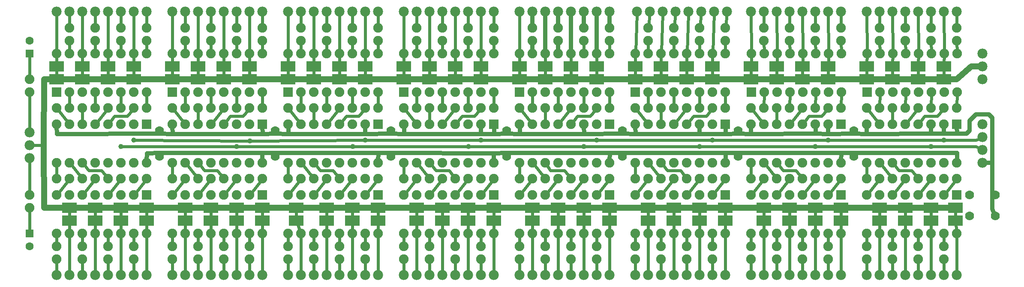
<source format=gbl>
G04 MADE WITH FRITZING*
G04 WWW.FRITZING.ORG*
G04 DOUBLE SIDED*
G04 HOLES PLATED*
G04 CONTOUR ON CENTER OF CONTOUR VECTOR*
%ASAXBY*%
%FSLAX23Y23*%
%MOIN*%
%OFA0B0*%
%SFA1.0B1.0*%
%ADD10C,0.070000*%
%ADD11C,0.078000*%
%ADD12C,0.062992*%
%ADD13C,0.075000*%
%ADD14C,0.039370*%
%ADD15R,0.062992X0.062992*%
%ADD16R,0.118110X0.078740*%
%ADD17R,0.075000X0.075000*%
%ADD18C,0.024000*%
%ADD19C,0.032000*%
%ADD20C,0.048000*%
%LNCOPPER0*%
G90*
G70*
G54D10*
X7660Y754D03*
X7460Y754D03*
X1160Y1254D03*
X1160Y1054D03*
X2060Y1254D03*
X2060Y1054D03*
X2960Y1254D03*
X2960Y1054D03*
X3860Y1254D03*
X3860Y1054D03*
X4760Y1254D03*
X4760Y1054D03*
X5660Y1254D03*
X5660Y1054D03*
X6560Y1254D03*
X6560Y1054D03*
X7660Y591D03*
X7460Y591D03*
G54D11*
X7560Y1004D03*
X7560Y1104D03*
X7560Y1204D03*
X7560Y1304D03*
X7560Y1854D03*
X7560Y1754D03*
X7560Y1654D03*
G54D12*
X148Y452D03*
X148Y354D03*
X148Y1855D03*
X148Y1954D03*
G54D13*
X148Y754D03*
X148Y654D03*
X148Y1554D03*
X148Y1654D03*
G54D11*
X148Y1241D03*
X148Y1141D03*
X148Y1041D03*
G54D14*
X5460Y1179D03*
X5360Y1129D03*
X6260Y1129D03*
X6360Y1179D03*
X7260Y1179D03*
X7160Y1129D03*
X4560Y1179D03*
X4460Y1129D03*
X960Y1179D03*
X860Y1129D03*
X3660Y1179D03*
X3561Y1129D03*
X1861Y1175D03*
X1760Y1129D03*
X2661Y1129D03*
X2760Y1179D03*
G54D11*
X1060Y2179D03*
X960Y2179D03*
X860Y2179D03*
X760Y2179D03*
X660Y2179D03*
X560Y2179D03*
X460Y2179D03*
X360Y2179D03*
X1960Y2179D03*
X1860Y2179D03*
X1760Y2179D03*
X1660Y2179D03*
X1560Y2179D03*
X1460Y2179D03*
X1360Y2179D03*
X1260Y2179D03*
X2860Y2179D03*
X2760Y2179D03*
X2660Y2179D03*
X2560Y2179D03*
X2460Y2179D03*
X2360Y2179D03*
X2260Y2179D03*
X2160Y2179D03*
X3760Y2179D03*
X3660Y2179D03*
X3560Y2179D03*
X3460Y2179D03*
X3360Y2179D03*
X3260Y2179D03*
X3160Y2179D03*
X3060Y2179D03*
X4660Y2179D03*
X4560Y2179D03*
X4460Y2179D03*
X4360Y2179D03*
X4260Y2179D03*
X4160Y2179D03*
X4060Y2179D03*
X3960Y2179D03*
X5573Y2179D03*
X5473Y2179D03*
X5373Y2179D03*
X5273Y2179D03*
X5173Y2179D03*
X5073Y2179D03*
X4973Y2179D03*
X4873Y2179D03*
X6460Y2179D03*
X6360Y2179D03*
X6260Y2179D03*
X6160Y2179D03*
X6060Y2179D03*
X5960Y2179D03*
X5860Y2179D03*
X5760Y2179D03*
X7360Y2179D03*
X7260Y2179D03*
X7160Y2179D03*
X7060Y2179D03*
X6960Y2179D03*
X6860Y2179D03*
X6760Y2179D03*
X6660Y2179D03*
G54D13*
X1060Y1304D03*
X1060Y1004D03*
X960Y1304D03*
X960Y1004D03*
X860Y1304D03*
X860Y1004D03*
X760Y1304D03*
X760Y1004D03*
X660Y1304D03*
X660Y1004D03*
X560Y1304D03*
X560Y1004D03*
X460Y1304D03*
X460Y1004D03*
X360Y1304D03*
X360Y1004D03*
X1960Y1304D03*
X1960Y1004D03*
X1860Y1304D03*
X1860Y1004D03*
X1760Y1304D03*
X1760Y1004D03*
X1660Y1304D03*
X1660Y1004D03*
X1560Y1304D03*
X1560Y1004D03*
X1460Y1304D03*
X1460Y1004D03*
X1360Y1304D03*
X1360Y1004D03*
X1260Y1304D03*
X1260Y1004D03*
X2860Y1304D03*
X2860Y1004D03*
X2760Y1304D03*
X2760Y1004D03*
X2660Y1304D03*
X2660Y1004D03*
X2560Y1304D03*
X2560Y1004D03*
X2460Y1304D03*
X2460Y1004D03*
X2360Y1304D03*
X2360Y1004D03*
X2260Y1304D03*
X2260Y1004D03*
X2160Y1304D03*
X2160Y1004D03*
X3760Y1304D03*
X3760Y1004D03*
X3660Y1304D03*
X3660Y1004D03*
X3560Y1304D03*
X3560Y1004D03*
X3460Y1304D03*
X3460Y1004D03*
X3360Y1304D03*
X3360Y1004D03*
X3260Y1304D03*
X3260Y1004D03*
X3160Y1304D03*
X3160Y1004D03*
X3060Y1304D03*
X3060Y1004D03*
X4660Y1304D03*
X4660Y1004D03*
X4560Y1304D03*
X4560Y1004D03*
X4460Y1304D03*
X4460Y1004D03*
X4360Y1304D03*
X4360Y1004D03*
X4260Y1304D03*
X4260Y1004D03*
X4160Y1304D03*
X4160Y1004D03*
X4060Y1304D03*
X4060Y1004D03*
X3960Y1304D03*
X3960Y1004D03*
X5560Y1304D03*
X5560Y1004D03*
X5460Y1304D03*
X5460Y1004D03*
X5360Y1304D03*
X5360Y1004D03*
X5260Y1304D03*
X5260Y1004D03*
X5160Y1304D03*
X5160Y1004D03*
X5060Y1304D03*
X5060Y1004D03*
X4960Y1304D03*
X4960Y1004D03*
X4860Y1304D03*
X4860Y1004D03*
X6460Y1304D03*
X6460Y1004D03*
X6360Y1304D03*
X6360Y1004D03*
X6260Y1304D03*
X6260Y1004D03*
X6160Y1304D03*
X6160Y1004D03*
X6060Y1304D03*
X6060Y1004D03*
X5960Y1304D03*
X5960Y1004D03*
X5860Y1304D03*
X5860Y1004D03*
X5760Y1304D03*
X5760Y1004D03*
X7360Y1304D03*
X7360Y1004D03*
X7260Y1304D03*
X7260Y1004D03*
X7160Y1304D03*
X7160Y1004D03*
X7060Y1304D03*
X7060Y1004D03*
X6960Y1304D03*
X6960Y1004D03*
X6860Y1304D03*
X6860Y1004D03*
X6760Y1304D03*
X6760Y1004D03*
X6660Y1304D03*
X6660Y1004D03*
X1060Y754D03*
X1060Y454D03*
X960Y754D03*
X960Y454D03*
X860Y754D03*
X860Y454D03*
X760Y754D03*
X760Y454D03*
X660Y754D03*
X660Y454D03*
X560Y754D03*
X560Y454D03*
X460Y754D03*
X460Y454D03*
X360Y754D03*
X360Y454D03*
X1960Y754D03*
X1960Y454D03*
X1860Y754D03*
X1860Y454D03*
X1760Y754D03*
X1760Y454D03*
X1660Y754D03*
X1660Y454D03*
X1560Y754D03*
X1560Y454D03*
X1460Y754D03*
X1460Y454D03*
X1360Y754D03*
X1360Y454D03*
X1260Y754D03*
X1260Y454D03*
X2860Y754D03*
X2860Y454D03*
X2760Y754D03*
X2760Y454D03*
X2660Y754D03*
X2660Y454D03*
X2560Y754D03*
X2560Y454D03*
X2460Y754D03*
X2460Y454D03*
X2360Y754D03*
X2360Y454D03*
X2260Y754D03*
X2260Y454D03*
X2160Y754D03*
X2160Y454D03*
X3760Y754D03*
X3760Y454D03*
X3660Y754D03*
X3660Y454D03*
X3560Y754D03*
X3560Y454D03*
X3460Y754D03*
X3460Y454D03*
X3360Y754D03*
X3360Y454D03*
X3260Y754D03*
X3260Y454D03*
X3160Y754D03*
X3160Y454D03*
X3060Y754D03*
X3060Y454D03*
X4660Y754D03*
X4660Y454D03*
X4560Y754D03*
X4560Y454D03*
X4460Y754D03*
X4460Y454D03*
X4360Y754D03*
X4360Y454D03*
X4260Y754D03*
X4260Y454D03*
X4160Y754D03*
X4160Y454D03*
X4060Y754D03*
X4060Y454D03*
X3960Y754D03*
X3960Y454D03*
X5560Y754D03*
X5560Y454D03*
X5460Y754D03*
X5460Y454D03*
X5360Y754D03*
X5360Y454D03*
X5260Y754D03*
X5260Y454D03*
X5160Y754D03*
X5160Y454D03*
X5060Y754D03*
X5060Y454D03*
X4960Y754D03*
X4960Y454D03*
X4860Y754D03*
X4860Y454D03*
X6460Y754D03*
X6460Y454D03*
X6360Y754D03*
X6360Y454D03*
X6260Y754D03*
X6260Y454D03*
X6160Y754D03*
X6160Y454D03*
X6060Y754D03*
X6060Y454D03*
X5960Y754D03*
X5960Y454D03*
X5860Y754D03*
X5860Y454D03*
X5760Y754D03*
X5760Y454D03*
X7360Y753D03*
X7360Y453D03*
X7260Y753D03*
X7260Y453D03*
X7160Y753D03*
X7160Y453D03*
X7060Y753D03*
X7060Y453D03*
X6960Y753D03*
X6960Y453D03*
X6860Y753D03*
X6860Y453D03*
X6760Y753D03*
X6760Y453D03*
X6660Y753D03*
X6660Y453D03*
X360Y1554D03*
X360Y1854D03*
X460Y1554D03*
X460Y1854D03*
X560Y1554D03*
X560Y1854D03*
X660Y1554D03*
X660Y1854D03*
X760Y1554D03*
X760Y1854D03*
X860Y1554D03*
X860Y1854D03*
X960Y1554D03*
X960Y1854D03*
X1060Y1554D03*
X1060Y1854D03*
X1260Y1554D03*
X1260Y1854D03*
X1360Y1554D03*
X1360Y1854D03*
X1460Y1554D03*
X1460Y1854D03*
X1560Y1554D03*
X1560Y1854D03*
X1660Y1554D03*
X1660Y1854D03*
X1760Y1554D03*
X1760Y1854D03*
X1860Y1554D03*
X1860Y1854D03*
X1960Y1554D03*
X1960Y1854D03*
X2160Y1554D03*
X2160Y1854D03*
X2260Y1554D03*
X2260Y1854D03*
X2360Y1554D03*
X2360Y1854D03*
X2460Y1554D03*
X2460Y1854D03*
X2560Y1554D03*
X2560Y1854D03*
X2660Y1554D03*
X2660Y1854D03*
X2760Y1554D03*
X2760Y1854D03*
X2860Y1554D03*
X2860Y1854D03*
X3060Y1554D03*
X3060Y1854D03*
X3160Y1554D03*
X3160Y1854D03*
X3260Y1554D03*
X3260Y1854D03*
X3360Y1554D03*
X3360Y1854D03*
X3460Y1554D03*
X3460Y1854D03*
X3560Y1554D03*
X3560Y1854D03*
X3660Y1554D03*
X3660Y1854D03*
X3760Y1554D03*
X3760Y1854D03*
X3960Y1554D03*
X3960Y1854D03*
X4060Y1554D03*
X4060Y1854D03*
X4160Y1554D03*
X4160Y1854D03*
X4260Y1554D03*
X4260Y1854D03*
X4360Y1554D03*
X4360Y1854D03*
X4460Y1554D03*
X4460Y1854D03*
X4560Y1554D03*
X4560Y1854D03*
X4660Y1554D03*
X4660Y1854D03*
X5761Y1553D03*
X5761Y1853D03*
X5861Y1553D03*
X5861Y1853D03*
X5961Y1553D03*
X5961Y1853D03*
X6061Y1553D03*
X6061Y1853D03*
X6161Y1553D03*
X6161Y1853D03*
X6261Y1553D03*
X6261Y1853D03*
X6361Y1553D03*
X6361Y1853D03*
X6461Y1553D03*
X6461Y1853D03*
X4860Y1554D03*
X4860Y1854D03*
X4960Y1554D03*
X4960Y1854D03*
X5060Y1554D03*
X5060Y1854D03*
X5160Y1554D03*
X5160Y1854D03*
X5260Y1554D03*
X5260Y1854D03*
X5360Y1554D03*
X5360Y1854D03*
X5460Y1554D03*
X5460Y1854D03*
X5560Y1554D03*
X5560Y1854D03*
X6661Y1553D03*
X6661Y1853D03*
X6761Y1553D03*
X6761Y1853D03*
X6861Y1553D03*
X6861Y1853D03*
X6961Y1553D03*
X6961Y1853D03*
X7061Y1553D03*
X7061Y1853D03*
X7161Y1553D03*
X7161Y1853D03*
X7261Y1553D03*
X7261Y1853D03*
X7361Y1553D03*
X7361Y1853D03*
X7360Y1954D03*
X7360Y2054D03*
X6960Y2054D03*
X6960Y1954D03*
X5560Y2054D03*
X5560Y1954D03*
X6460Y2054D03*
X6460Y1954D03*
X5360Y2054D03*
X5360Y1954D03*
X6260Y2054D03*
X6260Y1954D03*
X5160Y2054D03*
X5160Y1954D03*
X6060Y2054D03*
X6060Y1954D03*
X4960Y2054D03*
X4960Y1954D03*
X5860Y2054D03*
X5860Y1954D03*
X7260Y879D03*
X7360Y879D03*
X7060Y879D03*
X7160Y879D03*
X6860Y879D03*
X6960Y879D03*
X360Y879D03*
X460Y879D03*
X1260Y879D03*
X1360Y879D03*
X2160Y879D03*
X2260Y879D03*
X3060Y879D03*
X3160Y879D03*
X3960Y879D03*
X4060Y879D03*
X4860Y879D03*
X4960Y879D03*
X5760Y879D03*
X5860Y879D03*
X560Y879D03*
X660Y879D03*
X1460Y879D03*
X1560Y879D03*
X2360Y879D03*
X2460Y879D03*
X3260Y879D03*
X3360Y879D03*
X4160Y879D03*
X4260Y879D03*
X5060Y879D03*
X5160Y879D03*
X5960Y879D03*
X6060Y879D03*
X760Y879D03*
X860Y879D03*
X1660Y879D03*
X1760Y879D03*
X2560Y879D03*
X2660Y879D03*
X3460Y879D03*
X3560Y879D03*
X4360Y879D03*
X4460Y879D03*
X5260Y879D03*
X5360Y879D03*
X6160Y879D03*
X6260Y879D03*
X960Y879D03*
X1060Y879D03*
X1860Y879D03*
X1960Y879D03*
X2760Y879D03*
X2860Y879D03*
X3660Y879D03*
X3760Y879D03*
X4560Y879D03*
X4660Y879D03*
X5460Y879D03*
X5560Y879D03*
X6360Y879D03*
X6460Y879D03*
X6660Y879D03*
X6760Y879D03*
X7260Y1429D03*
X7360Y1429D03*
X6860Y1429D03*
X6960Y1429D03*
X7160Y1429D03*
X7060Y1429D03*
X960Y1429D03*
X1060Y1429D03*
X1860Y1429D03*
X1960Y1429D03*
X2760Y1429D03*
X2860Y1429D03*
X3660Y1429D03*
X3760Y1429D03*
X4560Y1429D03*
X4660Y1429D03*
X5460Y1429D03*
X5560Y1429D03*
X6360Y1429D03*
X6460Y1429D03*
X860Y1429D03*
X760Y1429D03*
X1760Y1429D03*
X1660Y1429D03*
X2660Y1429D03*
X2560Y1429D03*
X3560Y1429D03*
X3460Y1429D03*
X4460Y1429D03*
X4360Y1429D03*
X5360Y1429D03*
X5260Y1429D03*
X6260Y1429D03*
X6160Y1429D03*
X560Y1429D03*
X660Y1429D03*
X1460Y1429D03*
X1560Y1429D03*
X2360Y1429D03*
X2460Y1429D03*
X3260Y1429D03*
X3360Y1429D03*
X4160Y1429D03*
X4260Y1429D03*
X5060Y1429D03*
X5160Y1429D03*
X5960Y1429D03*
X6060Y1429D03*
X460Y1429D03*
X360Y1429D03*
X1360Y1429D03*
X1260Y1429D03*
X2260Y1429D03*
X2160Y1429D03*
X3160Y1429D03*
X3060Y1429D03*
X4060Y1429D03*
X3960Y1429D03*
X4960Y1429D03*
X4860Y1429D03*
X5860Y1429D03*
X5760Y1429D03*
X6760Y1429D03*
X6660Y1429D03*
X7260Y354D03*
X7260Y254D03*
X7060Y354D03*
X7060Y254D03*
X6860Y354D03*
X6860Y254D03*
X960Y354D03*
X960Y254D03*
X1860Y354D03*
X1860Y254D03*
X2760Y354D03*
X2760Y254D03*
X3660Y354D03*
X3660Y254D03*
X4560Y354D03*
X4560Y254D03*
X5460Y354D03*
X5460Y254D03*
X6360Y354D03*
X6360Y254D03*
X760Y354D03*
X760Y254D03*
X1660Y354D03*
X1660Y254D03*
X2560Y354D03*
X2560Y254D03*
X3460Y354D03*
X3460Y254D03*
X4360Y354D03*
X4360Y254D03*
X5260Y354D03*
X5260Y254D03*
X6160Y354D03*
X6160Y254D03*
X560Y354D03*
X560Y254D03*
X1460Y354D03*
X1460Y254D03*
X2360Y354D03*
X2360Y254D03*
X3260Y354D03*
X3260Y254D03*
X4160Y354D03*
X4160Y254D03*
X5060Y354D03*
X5060Y254D03*
X5960Y354D03*
X5960Y254D03*
X360Y354D03*
X360Y254D03*
X1260Y354D03*
X1260Y254D03*
X2160Y354D03*
X2160Y254D03*
X3060Y354D03*
X3060Y254D03*
X3960Y354D03*
X3960Y254D03*
X4860Y354D03*
X4860Y254D03*
X5760Y354D03*
X5760Y254D03*
X6660Y354D03*
X6660Y254D03*
X4660Y2054D03*
X4660Y1954D03*
X4460Y2054D03*
X4460Y1954D03*
X1060Y2054D03*
X1060Y1954D03*
X660Y2054D03*
X660Y1954D03*
X860Y2054D03*
X860Y1954D03*
X460Y2054D03*
X460Y1954D03*
X1960Y2054D03*
X1960Y1954D03*
X1560Y2054D03*
X1560Y1954D03*
X1760Y2054D03*
X1760Y1954D03*
X1360Y2054D03*
X1360Y1954D03*
X2860Y2054D03*
X2860Y1954D03*
X2460Y2054D03*
X2460Y1954D03*
X2660Y2054D03*
X2660Y1954D03*
X2260Y2054D03*
X2260Y1954D03*
X3160Y2054D03*
X3160Y1954D03*
X3360Y2054D03*
X3360Y1954D03*
X3560Y2054D03*
X3560Y1954D03*
X3760Y2054D03*
X3760Y1954D03*
X4060Y2054D03*
X4060Y1954D03*
X4260Y2054D03*
X4260Y1954D03*
G54D11*
X360Y129D03*
X460Y129D03*
X560Y129D03*
X660Y129D03*
X760Y129D03*
X860Y129D03*
X960Y129D03*
X1060Y129D03*
X1260Y129D03*
X1360Y129D03*
X1460Y129D03*
X1560Y129D03*
X1660Y129D03*
X1760Y129D03*
X1860Y129D03*
X1960Y129D03*
X2160Y129D03*
X2260Y129D03*
X2360Y129D03*
X2460Y129D03*
X2560Y129D03*
X2660Y129D03*
X2760Y129D03*
X2860Y129D03*
X3060Y129D03*
X3160Y129D03*
X3260Y129D03*
X3360Y129D03*
X3460Y129D03*
X3560Y129D03*
X3660Y129D03*
X3760Y129D03*
X3960Y129D03*
X4060Y129D03*
X4160Y129D03*
X4260Y129D03*
X4360Y129D03*
X4460Y129D03*
X4560Y129D03*
X4660Y129D03*
X6660Y129D03*
X6760Y129D03*
X6860Y129D03*
X6960Y129D03*
X7060Y129D03*
X7160Y129D03*
X7260Y129D03*
X7360Y129D03*
X5760Y129D03*
X5860Y129D03*
X5960Y129D03*
X6060Y129D03*
X6160Y129D03*
X6260Y129D03*
X6360Y129D03*
X6460Y129D03*
X4860Y129D03*
X4960Y129D03*
X5060Y129D03*
X5160Y129D03*
X5260Y129D03*
X5360Y129D03*
X5460Y129D03*
X5560Y129D03*
G54D13*
X7160Y1954D03*
X7160Y2054D03*
X6760Y2054D03*
X6760Y1954D03*
G54D15*
X148Y452D03*
X148Y1855D03*
G54D16*
X360Y1754D03*
X1260Y1754D03*
X2160Y1754D03*
X3060Y1754D03*
X3960Y1754D03*
X360Y1654D03*
X1260Y1654D03*
X2160Y1654D03*
X3060Y1654D03*
X3960Y1654D03*
X960Y1654D03*
X1860Y1654D03*
X2760Y1654D03*
X3660Y1654D03*
X4560Y1654D03*
X760Y1754D03*
X1660Y1754D03*
X2560Y1754D03*
X3460Y1754D03*
X4360Y1754D03*
X960Y1754D03*
X1860Y1754D03*
X2760Y1754D03*
X3660Y1754D03*
X4560Y1754D03*
X560Y1754D03*
X1460Y1754D03*
X2360Y1754D03*
X3260Y1754D03*
X4160Y1754D03*
X560Y1654D03*
X1460Y1654D03*
X2360Y1654D03*
X3260Y1654D03*
X4160Y1654D03*
X760Y1654D03*
X1660Y1654D03*
X2560Y1654D03*
X3460Y1654D03*
X4360Y1654D03*
X4860Y1754D03*
X4860Y1654D03*
X5460Y1654D03*
X5260Y1754D03*
X5460Y1754D03*
X5060Y1754D03*
X5060Y1654D03*
X5260Y1654D03*
X5760Y1754D03*
X5760Y1654D03*
X6360Y1654D03*
X6160Y1754D03*
X6360Y1754D03*
X5960Y1754D03*
X5960Y1654D03*
X6160Y1654D03*
X6660Y1754D03*
X6660Y1654D03*
X7260Y1654D03*
X7060Y1754D03*
X7260Y1754D03*
X6860Y1754D03*
X6860Y1654D03*
X7060Y1654D03*
X6960Y554D03*
X7348Y554D03*
X6960Y654D03*
X7348Y654D03*
X7160Y654D03*
X7160Y554D03*
X6760Y554D03*
X6760Y654D03*
X6060Y554D03*
X6460Y554D03*
X6060Y654D03*
X6460Y654D03*
X6260Y654D03*
X6260Y554D03*
X5860Y554D03*
X5860Y654D03*
X5160Y554D03*
X5560Y554D03*
X5160Y654D03*
X5560Y654D03*
X5360Y654D03*
X5360Y554D03*
X4960Y554D03*
X4960Y654D03*
X1060Y654D03*
X1960Y654D03*
X2860Y654D03*
X3760Y654D03*
X4660Y654D03*
X1060Y554D03*
X1960Y554D03*
X2860Y554D03*
X3760Y554D03*
X4660Y554D03*
X860Y554D03*
X1760Y554D03*
X2660Y554D03*
X3560Y554D03*
X4460Y554D03*
X860Y654D03*
X1760Y654D03*
X2660Y654D03*
X3560Y654D03*
X4460Y654D03*
X660Y554D03*
X1560Y554D03*
X2460Y554D03*
X3360Y554D03*
X4260Y554D03*
X660Y654D03*
X1560Y654D03*
X2460Y654D03*
X3360Y654D03*
X4260Y654D03*
X460Y554D03*
X1360Y554D03*
X2223Y554D03*
X3160Y554D03*
X4060Y554D03*
X460Y654D03*
X1360Y654D03*
X2223Y654D03*
X3160Y654D03*
X4060Y654D03*
G54D17*
X1060Y1304D03*
X1960Y1304D03*
X2860Y1304D03*
X3760Y1304D03*
X4660Y1304D03*
X5560Y1304D03*
X6460Y1304D03*
X7360Y1304D03*
X1060Y754D03*
X1960Y754D03*
X2860Y754D03*
X3760Y754D03*
X4660Y754D03*
X5560Y754D03*
X6460Y754D03*
X7360Y753D03*
X360Y1554D03*
X1260Y1554D03*
X2160Y1554D03*
X3060Y1554D03*
X3960Y1554D03*
X5761Y1553D03*
X4860Y1554D03*
X6661Y1553D03*
G54D18*
X6960Y1936D02*
X6961Y1870D01*
D02*
X6960Y2071D02*
X6960Y2160D01*
G54D19*
D02*
X7635Y754D02*
X7645Y754D01*
D02*
X7635Y1004D02*
X7635Y754D01*
D02*
X7636Y642D02*
X7635Y754D01*
D02*
X7635Y754D02*
X7645Y754D01*
D02*
X7654Y605D02*
X7636Y642D01*
G54D18*
D02*
X749Y892D02*
X709Y942D01*
D02*
X709Y942D02*
X609Y942D01*
D02*
X609Y942D02*
X571Y990D01*
D02*
X260Y1141D02*
X167Y1141D01*
D02*
X148Y636D02*
X148Y468D01*
D02*
X3060Y1871D02*
X3060Y2160D01*
D02*
X3260Y1871D02*
X3260Y2160D01*
D02*
X3460Y1871D02*
X3460Y2160D01*
D02*
X3660Y1871D02*
X3660Y2160D01*
D02*
X2760Y1871D02*
X2760Y2160D01*
D02*
X2560Y1871D02*
X2560Y2160D01*
D02*
X2360Y1871D02*
X2360Y2160D01*
D02*
X2160Y1871D02*
X2160Y2160D01*
D02*
X1260Y1871D02*
X1260Y2160D01*
D02*
X1460Y1871D02*
X1460Y2160D01*
D02*
X1660Y1871D02*
X1660Y2160D01*
D02*
X1860Y1871D02*
X1860Y2160D01*
D02*
X360Y1871D02*
X360Y2160D01*
D02*
X560Y1871D02*
X560Y2160D01*
D02*
X760Y1871D02*
X760Y2160D01*
D02*
X960Y1871D02*
X960Y2160D01*
D02*
X460Y2071D02*
X460Y2160D01*
D02*
X660Y2071D02*
X660Y2160D01*
D02*
X860Y2071D02*
X860Y2160D01*
D02*
X1060Y2071D02*
X1060Y2160D01*
D02*
X460Y1871D02*
X460Y1936D01*
D02*
X660Y1871D02*
X660Y1936D01*
D02*
X860Y1871D02*
X860Y1936D01*
D02*
X1060Y1871D02*
X1060Y1936D01*
D02*
X1360Y2071D02*
X1360Y2160D01*
D02*
X1360Y1871D02*
X1360Y1936D01*
D02*
X1560Y2071D02*
X1560Y2160D01*
D02*
X1560Y1871D02*
X1560Y1936D01*
D02*
X1760Y2071D02*
X1760Y2160D01*
D02*
X1760Y1871D02*
X1760Y1936D01*
D02*
X1960Y2071D02*
X1960Y2160D01*
D02*
X1960Y1871D02*
X1960Y1936D01*
D02*
X2260Y2071D02*
X2260Y2160D01*
D02*
X2260Y1871D02*
X2260Y1936D01*
D02*
X2460Y2071D02*
X2460Y2160D01*
D02*
X2460Y1871D02*
X2460Y1936D01*
D02*
X2660Y2071D02*
X2660Y2160D01*
D02*
X2660Y1871D02*
X2660Y1936D01*
D02*
X2860Y2071D02*
X2860Y2160D01*
D02*
X2860Y1871D02*
X2860Y1936D01*
D02*
X3160Y2071D02*
X3160Y2160D01*
D02*
X3160Y1871D02*
X3160Y1936D01*
D02*
X3360Y2071D02*
X3360Y2160D01*
D02*
X3360Y1871D02*
X3360Y1936D01*
D02*
X3560Y2071D02*
X3560Y2160D01*
D02*
X3560Y1871D02*
X3560Y1936D01*
D02*
X3760Y2071D02*
X3760Y2160D01*
D02*
X3760Y1871D02*
X3760Y1936D01*
D02*
X3760Y1446D02*
X3760Y1536D01*
D02*
X3511Y1367D02*
X3610Y1367D01*
D02*
X3610Y1367D02*
X3649Y1415D01*
D02*
X3471Y1317D02*
X3511Y1367D01*
D02*
X3560Y1446D02*
X3560Y1536D01*
D02*
X3360Y1446D02*
X3360Y1536D01*
D02*
X3371Y1317D02*
X3449Y1415D01*
D02*
X3260Y1321D02*
X3260Y1411D01*
D02*
X3160Y1446D02*
X3160Y1536D01*
D02*
X3149Y1317D02*
X3071Y1415D01*
D02*
X2860Y1446D02*
X2860Y1536D01*
D02*
X2660Y1446D02*
X2660Y1536D01*
D02*
X2460Y1446D02*
X2460Y1536D01*
D02*
X2260Y1446D02*
X2260Y1536D01*
D02*
X2249Y1317D02*
X2171Y1415D01*
D02*
X2360Y1321D02*
X2360Y1411D01*
D02*
X2471Y1317D02*
X2549Y1415D01*
D02*
X2611Y1367D02*
X2710Y1367D01*
D02*
X2710Y1367D02*
X2749Y1415D01*
D02*
X2571Y1317D02*
X2611Y1367D01*
D02*
X1960Y1446D02*
X1960Y1536D01*
D02*
X1760Y1446D02*
X1760Y1536D01*
D02*
X1560Y1446D02*
X1560Y1536D01*
D02*
X1360Y1446D02*
X1360Y1536D01*
D02*
X1349Y1317D02*
X1271Y1415D01*
D02*
X1460Y1321D02*
X1460Y1411D01*
D02*
X1571Y1317D02*
X1649Y1415D01*
D02*
X1709Y1366D02*
X1809Y1366D01*
D02*
X1809Y1366D02*
X1849Y1415D01*
D02*
X1671Y1318D02*
X1709Y1366D01*
D02*
X1060Y1446D02*
X1060Y1536D01*
D02*
X860Y1446D02*
X860Y1536D01*
D02*
X660Y1446D02*
X660Y1536D01*
D02*
X460Y1446D02*
X460Y1536D01*
D02*
X449Y1317D02*
X371Y1415D01*
D02*
X560Y1321D02*
X560Y1411D01*
D02*
X671Y1317D02*
X749Y1415D01*
D02*
X809Y1366D02*
X910Y1367D01*
D02*
X910Y1367D02*
X949Y1415D01*
D02*
X771Y1318D02*
X809Y1366D01*
D02*
X3060Y896D02*
X3060Y986D01*
D02*
X3249Y892D02*
X3171Y990D01*
D02*
X3411Y942D02*
X3309Y942D01*
D02*
X3309Y942D02*
X3271Y990D01*
D02*
X3450Y893D02*
X3411Y942D01*
D02*
X3671Y767D02*
X3749Y865D01*
D02*
X3471Y767D02*
X3549Y865D01*
D02*
X3271Y767D02*
X3349Y865D01*
D02*
X3071Y767D02*
X3149Y865D01*
D02*
X2771Y767D02*
X2849Y865D01*
D02*
X2571Y767D02*
X2649Y865D01*
D02*
X2371Y767D02*
X2449Y865D01*
D02*
X2171Y767D02*
X2249Y865D01*
D02*
X2160Y896D02*
X2160Y986D01*
D02*
X2349Y892D02*
X2271Y990D01*
D02*
X2509Y942D02*
X2409Y942D01*
D02*
X2409Y942D02*
X2371Y990D01*
D02*
X2549Y892D02*
X2509Y942D01*
D02*
X1271Y767D02*
X1349Y865D01*
D02*
X1471Y767D02*
X1549Y865D01*
D02*
X1671Y767D02*
X1749Y865D01*
D02*
X1871Y767D02*
X1949Y865D01*
D02*
X1260Y896D02*
X1260Y986D01*
D02*
X1449Y892D02*
X1371Y990D01*
D02*
X1609Y942D02*
X1509Y942D01*
D02*
X1509Y942D02*
X1471Y990D01*
D02*
X1649Y892D02*
X1609Y942D01*
D02*
X360Y896D02*
X360Y986D01*
D02*
X371Y767D02*
X449Y865D01*
D02*
X571Y767D02*
X649Y865D01*
D02*
X771Y767D02*
X849Y865D01*
D02*
X971Y767D02*
X1049Y865D01*
D02*
X549Y892D02*
X471Y990D01*
D02*
X3760Y148D02*
X3760Y436D01*
D02*
X3660Y371D02*
X3660Y436D01*
D02*
X3660Y148D02*
X3660Y236D01*
D02*
X3560Y148D02*
X3560Y436D01*
D02*
X3460Y371D02*
X3460Y436D01*
D02*
X3460Y148D02*
X3460Y236D01*
D02*
X3360Y148D02*
X3360Y436D01*
D02*
X3260Y371D02*
X3260Y436D01*
D02*
X3260Y148D02*
X3260Y236D01*
D02*
X3160Y148D02*
X3160Y436D01*
D02*
X3060Y371D02*
X3060Y436D01*
D02*
X3060Y148D02*
X3060Y236D01*
D02*
X2860Y148D02*
X2860Y436D01*
D02*
X2760Y371D02*
X2760Y436D01*
D02*
X2760Y148D02*
X2760Y236D01*
D02*
X2660Y148D02*
X2660Y436D01*
D02*
X2560Y371D02*
X2560Y436D01*
D02*
X2560Y148D02*
X2560Y236D01*
D02*
X2460Y148D02*
X2460Y436D01*
D02*
X2360Y371D02*
X2360Y436D01*
D02*
X2360Y148D02*
X2360Y236D01*
D02*
X2260Y148D02*
X2260Y436D01*
D02*
X2160Y371D02*
X2160Y436D01*
D02*
X2160Y148D02*
X2160Y236D01*
D02*
X1960Y148D02*
X1960Y436D01*
D02*
X1860Y371D02*
X1860Y436D01*
D02*
X1860Y148D02*
X1860Y236D01*
D02*
X1760Y148D02*
X1760Y436D01*
D02*
X1660Y371D02*
X1660Y436D01*
D02*
X1660Y148D02*
X1660Y236D01*
D02*
X1560Y148D02*
X1560Y436D01*
D02*
X1460Y371D02*
X1460Y436D01*
D02*
X1460Y148D02*
X1460Y236D01*
D02*
X1360Y148D02*
X1360Y436D01*
D02*
X1260Y371D02*
X1260Y436D01*
D02*
X1260Y148D02*
X1260Y236D01*
D02*
X1060Y148D02*
X1060Y436D01*
D02*
X960Y371D02*
X960Y436D01*
D02*
X960Y148D02*
X960Y236D01*
D02*
X860Y148D02*
X860Y436D01*
D02*
X760Y371D02*
X760Y436D01*
D02*
X760Y148D02*
X760Y236D01*
D02*
X660Y148D02*
X660Y436D01*
D02*
X560Y371D02*
X560Y436D01*
D02*
X560Y148D02*
X560Y236D01*
D02*
X460Y148D02*
X460Y436D01*
D02*
X360Y371D02*
X360Y436D01*
D02*
X360Y148D02*
X360Y236D01*
D02*
X2160Y1788D02*
X2160Y1836D01*
D02*
X2360Y1788D02*
X2360Y1836D01*
D02*
X2560Y1788D02*
X2560Y1836D01*
D02*
X2760Y1788D02*
X2760Y1836D01*
D02*
X3060Y1788D02*
X3060Y1836D01*
D02*
X3260Y1788D02*
X3260Y1836D01*
D02*
X3460Y1788D02*
X3460Y1836D01*
D02*
X3660Y1788D02*
X3660Y1836D01*
G54D20*
D02*
X2307Y1654D02*
X2214Y1654D01*
D02*
X2414Y1654D02*
X2507Y1654D01*
D02*
X2614Y1654D02*
X2707Y1654D01*
D02*
X3207Y1654D02*
X3114Y1654D01*
D02*
X3314Y1654D02*
X3407Y1654D01*
D02*
X3514Y1654D02*
X3607Y1654D01*
G54D18*
D02*
X3660Y1688D02*
X3660Y1720D01*
D02*
X3460Y1688D02*
X3460Y1720D01*
D02*
X3260Y1688D02*
X3260Y1720D01*
D02*
X3060Y1688D02*
X3060Y1720D01*
D02*
X2760Y1688D02*
X2760Y1720D01*
D02*
X2560Y1688D02*
X2560Y1720D01*
D02*
X2360Y1688D02*
X2360Y1720D01*
D02*
X2160Y1688D02*
X2160Y1720D01*
D02*
X360Y1788D02*
X360Y1836D01*
D02*
X360Y1720D02*
X360Y1688D01*
D02*
X560Y1788D02*
X560Y1836D01*
D02*
X560Y1720D02*
X560Y1688D01*
D02*
X760Y1788D02*
X760Y1836D01*
D02*
X760Y1720D02*
X760Y1688D01*
D02*
X960Y1788D02*
X960Y1836D01*
D02*
X960Y1720D02*
X960Y1688D01*
G54D20*
D02*
X814Y1654D02*
X907Y1654D01*
D02*
X614Y1654D02*
X707Y1654D01*
D02*
X414Y1654D02*
X507Y1654D01*
G54D18*
D02*
X1260Y1788D02*
X1260Y1836D01*
D02*
X1260Y1720D02*
X1260Y1688D01*
D02*
X1460Y1788D02*
X1460Y1836D01*
D02*
X1460Y1720D02*
X1460Y1688D01*
D02*
X1660Y1788D02*
X1660Y1836D01*
D02*
X1660Y1720D02*
X1660Y1688D01*
D02*
X1860Y1836D02*
X1860Y1788D01*
D02*
X1860Y1720D02*
X1860Y1688D01*
G54D20*
D02*
X1807Y1654D02*
X1714Y1654D01*
D02*
X1607Y1654D02*
X1514Y1654D01*
D02*
X1407Y1654D02*
X1314Y1654D01*
G54D18*
D02*
X3760Y588D02*
X3760Y620D01*
D02*
X3760Y520D02*
X3760Y471D01*
D02*
X3560Y520D02*
X3560Y471D01*
D02*
X3560Y588D02*
X3560Y620D01*
D02*
X3360Y588D02*
X3360Y620D01*
D02*
X3360Y520D02*
X3360Y471D01*
D02*
X3160Y520D02*
X3160Y471D01*
D02*
X3160Y588D02*
X3160Y620D01*
G54D20*
D02*
X3307Y654D02*
X3214Y654D01*
D02*
X3507Y654D02*
X3414Y654D01*
D02*
X3707Y654D02*
X3614Y654D01*
G54D18*
D02*
X2236Y520D02*
X2254Y470D01*
D02*
X2223Y588D02*
X2223Y620D01*
D02*
X2460Y520D02*
X2460Y471D01*
D02*
X2460Y588D02*
X2460Y620D01*
G54D20*
D02*
X2407Y654D02*
X2276Y654D01*
D02*
X2607Y654D02*
X2514Y654D01*
G54D18*
D02*
X2660Y520D02*
X2660Y471D01*
D02*
X2660Y588D02*
X2660Y620D01*
D02*
X2860Y520D02*
X2860Y471D01*
D02*
X2860Y588D02*
X2860Y620D01*
G54D20*
D02*
X2714Y654D02*
X2807Y654D01*
G54D18*
D02*
X1360Y520D02*
X1360Y471D01*
D02*
X1560Y520D02*
X1560Y471D01*
D02*
X1760Y520D02*
X1760Y471D01*
D02*
X1960Y520D02*
X1960Y471D01*
D02*
X1960Y588D02*
X1960Y620D01*
D02*
X1760Y588D02*
X1760Y620D01*
D02*
X1560Y588D02*
X1560Y620D01*
D02*
X1360Y588D02*
X1360Y620D01*
G54D20*
D02*
X1507Y654D02*
X1414Y654D01*
D02*
X1707Y654D02*
X1614Y654D01*
D02*
X1907Y654D02*
X1814Y654D01*
G54D18*
D02*
X1060Y520D02*
X1060Y471D01*
D02*
X860Y520D02*
X860Y471D01*
D02*
X660Y520D02*
X660Y471D01*
D02*
X460Y520D02*
X460Y471D01*
D02*
X460Y588D02*
X460Y620D01*
D02*
X660Y588D02*
X660Y620D01*
D02*
X860Y588D02*
X860Y620D01*
D02*
X1060Y588D02*
X1060Y620D01*
G54D20*
D02*
X607Y654D02*
X514Y654D01*
D02*
X807Y654D02*
X714Y654D01*
D02*
X1007Y654D02*
X914Y654D01*
D02*
X2107Y1654D02*
X1914Y1654D01*
D02*
X3007Y1654D02*
X2814Y1654D01*
D02*
X1207Y1654D02*
X1014Y1654D01*
D02*
X3907Y1654D02*
X3714Y1654D01*
D02*
X4807Y1654D02*
X4614Y1654D01*
D02*
X5707Y1654D02*
X5514Y1654D01*
D02*
X6607Y1654D02*
X6414Y1654D01*
D02*
X1307Y654D02*
X1114Y654D01*
D02*
X2169Y654D02*
X2014Y654D01*
D02*
X3107Y654D02*
X2914Y654D01*
D02*
X4007Y654D02*
X3814Y654D01*
D02*
X4907Y654D02*
X4714Y654D01*
D02*
X5807Y654D02*
X5614Y654D01*
D02*
X6707Y654D02*
X6514Y654D01*
D02*
X7360Y1653D02*
X7314Y1654D01*
D02*
X7473Y1754D02*
X7360Y1653D01*
D02*
X7541Y1754D02*
X7473Y1754D01*
D02*
X260Y1141D02*
X261Y1653D01*
D02*
X261Y653D02*
X260Y1141D01*
D02*
X261Y1653D02*
X307Y1654D01*
D02*
X407Y654D02*
X261Y653D01*
G54D18*
D02*
X148Y1260D02*
X148Y1536D01*
D02*
X148Y1671D02*
X148Y1840D01*
D02*
X148Y771D02*
X148Y1022D01*
D02*
X4049Y1317D02*
X3971Y1415D01*
D02*
X4160Y1321D02*
X4160Y1411D01*
D02*
X4271Y1317D02*
X4349Y1415D01*
D02*
X4410Y1367D02*
X4510Y1367D01*
D02*
X4510Y1367D02*
X4549Y1415D01*
D02*
X4371Y1318D02*
X4410Y1367D01*
G54D19*
D02*
X3961Y1228D02*
X3961Y1286D01*
D02*
X4461Y1228D02*
X3961Y1228D01*
D02*
X4761Y1229D02*
X4461Y1228D01*
D02*
X4761Y1229D02*
X4760Y1239D01*
D02*
X4760Y1239D02*
X4761Y1229D01*
D02*
X4861Y1228D02*
X4761Y1229D01*
D02*
X4860Y1286D02*
X4861Y1228D01*
D02*
X5561Y1228D02*
X5360Y1228D01*
D02*
X5360Y1228D02*
X4861Y1228D01*
D02*
X5660Y1229D02*
X5660Y1239D01*
D02*
X5660Y1229D02*
X5561Y1228D01*
D02*
X5660Y1239D02*
X5660Y1229D01*
D02*
X5760Y1228D02*
X5660Y1229D01*
D02*
X5760Y1286D02*
X5760Y1228D01*
D02*
X6360Y1228D02*
X6261Y1229D01*
D02*
X6261Y1229D02*
X5760Y1228D01*
D02*
X6660Y1286D02*
X6660Y1228D01*
D02*
X6560Y1229D02*
X6360Y1228D01*
D02*
X6560Y1229D02*
X6560Y1239D01*
D02*
X6560Y1239D02*
X6560Y1229D01*
D02*
X6660Y1228D02*
X6560Y1229D01*
D02*
X4461Y1228D02*
X4460Y1286D01*
D02*
X5360Y1228D02*
X5360Y1286D01*
D02*
X6261Y1229D02*
X6261Y1286D01*
D02*
X7160Y1286D02*
X7160Y1229D01*
D02*
X7160Y1229D02*
X6660Y1228D01*
D02*
X7260Y1229D02*
X7260Y1286D01*
D02*
X7160Y1229D02*
X7260Y1229D01*
D02*
X7361Y1229D02*
X7360Y1286D01*
D02*
X7260Y1229D02*
X7361Y1229D01*
D02*
X6360Y1228D02*
X6360Y1286D01*
D02*
X5561Y1021D02*
X5561Y1080D01*
D02*
X4761Y1079D02*
X4661Y1079D01*
D02*
X4760Y1069D02*
X4761Y1079D01*
D02*
X4761Y1079D02*
X4760Y1069D01*
D02*
X5561Y1080D02*
X4761Y1079D01*
D02*
X4661Y1079D02*
X4660Y1021D01*
D02*
X6461Y1080D02*
X6460Y1021D01*
D02*
X5660Y1079D02*
X5660Y1069D01*
D02*
X5660Y1069D02*
X5660Y1079D01*
D02*
X5660Y1079D02*
X6461Y1080D01*
D02*
X5561Y1080D02*
X5660Y1079D01*
D02*
X6560Y1079D02*
X6560Y1069D01*
D02*
X6560Y1079D02*
X7361Y1079D01*
D02*
X6560Y1069D02*
X6560Y1079D01*
D02*
X6461Y1080D02*
X6560Y1079D01*
D02*
X7361Y1079D02*
X7361Y1021D01*
G54D18*
D02*
X7110Y1366D02*
X7209Y1366D01*
D02*
X7209Y1366D02*
X7249Y1415D01*
D02*
X7071Y1318D02*
X7110Y1366D01*
D02*
X6971Y1317D02*
X7049Y1415D01*
D02*
X6860Y1321D02*
X6860Y1411D01*
D02*
X6749Y1317D02*
X6671Y1415D01*
D02*
X6210Y1367D02*
X6310Y1367D01*
D02*
X6310Y1367D02*
X6349Y1415D01*
D02*
X6171Y1318D02*
X6210Y1367D01*
D02*
X6071Y1317D02*
X6149Y1415D01*
D02*
X5960Y1321D02*
X5960Y1411D01*
D02*
X5849Y1317D02*
X5771Y1415D01*
G54D19*
D02*
X5561Y1228D02*
X5561Y1286D01*
G54D18*
D02*
X4949Y1317D02*
X4871Y1415D01*
D02*
X5060Y1321D02*
X5060Y1411D01*
D02*
X5171Y1317D02*
X5249Y1415D01*
D02*
X5311Y1367D02*
X5411Y1367D01*
D02*
X5411Y1367D02*
X5449Y1415D01*
D02*
X5271Y1317D02*
X5311Y1367D01*
D02*
X4568Y1179D02*
X5453Y1179D01*
D02*
X4468Y1129D02*
X5353Y1129D01*
D02*
X5560Y1129D02*
X6252Y1129D01*
D02*
X5368Y1129D02*
X5560Y1129D01*
D02*
X6353Y1179D02*
X5468Y1179D01*
D02*
X7253Y1179D02*
X6368Y1179D01*
D02*
X7153Y1129D02*
X6268Y1129D01*
D02*
X7510Y1129D02*
X7168Y1129D01*
D02*
X7543Y1112D02*
X7510Y1129D01*
D02*
X7510Y1179D02*
X7268Y1179D01*
D02*
X7543Y1195D02*
X7510Y1179D01*
G54D19*
D02*
X7460Y1254D02*
X7460Y1329D01*
D02*
X7460Y1329D02*
X7510Y1379D01*
D02*
X7610Y1379D02*
X7635Y1353D01*
D02*
X7635Y1004D02*
X7579Y1004D01*
D02*
X7635Y1353D02*
X7635Y1004D01*
D02*
X7510Y1379D02*
X7610Y1379D01*
D02*
X7435Y1229D02*
X7460Y1254D01*
D02*
X7361Y1229D02*
X7435Y1229D01*
G54D20*
D02*
X4207Y654D02*
X4114Y654D01*
D02*
X4407Y654D02*
X4314Y654D01*
D02*
X4607Y654D02*
X4514Y654D01*
G54D18*
D02*
X4060Y471D02*
X4060Y520D01*
D02*
X4260Y471D02*
X4260Y520D01*
D02*
X4460Y471D02*
X4460Y520D01*
D02*
X4660Y471D02*
X4660Y520D01*
D02*
X4060Y588D02*
X4060Y620D01*
D02*
X4260Y588D02*
X4260Y620D01*
D02*
X4460Y588D02*
X4460Y620D01*
D02*
X4660Y588D02*
X4660Y620D01*
G54D20*
D02*
X5107Y654D02*
X5014Y654D01*
D02*
X5307Y654D02*
X5214Y654D01*
D02*
X5507Y654D02*
X5414Y654D01*
G54D18*
D02*
X4960Y471D02*
X4960Y520D01*
D02*
X5160Y471D02*
X5160Y520D01*
D02*
X5360Y471D02*
X5360Y520D01*
D02*
X5560Y471D02*
X5560Y520D01*
D02*
X5560Y588D02*
X5560Y620D01*
D02*
X5360Y588D02*
X5360Y620D01*
D02*
X5160Y588D02*
X5160Y620D01*
D02*
X4960Y588D02*
X4960Y620D01*
G54D20*
D02*
X6007Y654D02*
X5914Y654D01*
D02*
X6207Y654D02*
X6114Y654D01*
D02*
X6407Y654D02*
X6314Y654D01*
G54D18*
D02*
X5860Y471D02*
X5860Y520D01*
D02*
X6060Y471D02*
X6060Y520D01*
D02*
X6260Y471D02*
X6260Y520D01*
D02*
X6460Y471D02*
X6460Y520D01*
D02*
X5860Y588D02*
X5860Y620D01*
D02*
X6060Y588D02*
X6060Y620D01*
D02*
X6260Y620D02*
X6260Y588D01*
D02*
X6460Y620D02*
X6460Y588D01*
D02*
X7160Y588D02*
X7160Y620D01*
D02*
X7358Y471D02*
X7352Y520D01*
D02*
X7348Y588D02*
X7348Y620D01*
G54D20*
D02*
X7294Y654D02*
X7214Y654D01*
D02*
X7107Y654D02*
X7014Y654D01*
D02*
X6907Y654D02*
X6814Y654D01*
G54D18*
D02*
X6960Y520D02*
X6960Y471D01*
D02*
X6760Y520D02*
X6760Y471D01*
D02*
X6760Y620D02*
X6760Y588D01*
D02*
X6960Y620D02*
X6960Y588D01*
D02*
X7160Y520D02*
X7160Y471D01*
D02*
X3960Y1788D02*
X3960Y1836D01*
D02*
X4160Y1788D02*
X4160Y1836D01*
D02*
X4360Y1788D02*
X4360Y1836D01*
D02*
X4560Y1788D02*
X4560Y1836D01*
G54D20*
D02*
X4507Y1654D02*
X4414Y1654D01*
D02*
X4307Y1654D02*
X4214Y1654D01*
D02*
X4107Y1654D02*
X4014Y1654D01*
G54D18*
D02*
X3960Y1688D02*
X3960Y1720D01*
D02*
X4160Y1688D02*
X4160Y1720D01*
D02*
X4360Y1688D02*
X4360Y1720D01*
D02*
X4560Y1688D02*
X4560Y1720D01*
D02*
X5460Y1788D02*
X5460Y1836D01*
D02*
X5460Y1720D02*
X5460Y1688D01*
D02*
X5260Y1788D02*
X5260Y1836D01*
D02*
X5260Y1720D02*
X5260Y1688D01*
D02*
X5060Y1836D02*
X5060Y1788D01*
D02*
X5060Y1720D02*
X5060Y1688D01*
D02*
X4860Y1836D02*
X4860Y1788D01*
D02*
X4860Y1720D02*
X4860Y1688D01*
G54D20*
D02*
X5007Y1654D02*
X4914Y1654D01*
D02*
X5207Y1654D02*
X5114Y1654D01*
D02*
X5407Y1654D02*
X5314Y1654D01*
G54D18*
D02*
X5761Y1788D02*
X5761Y1836D01*
D02*
X5760Y1720D02*
X5760Y1688D01*
D02*
X5960Y1720D02*
X5960Y1688D01*
D02*
X5961Y1788D02*
X5961Y1836D01*
D02*
X6161Y1788D02*
X6161Y1836D01*
D02*
X6160Y1688D02*
X6160Y1720D01*
D02*
X6361Y1788D02*
X6361Y1836D01*
D02*
X6360Y1688D02*
X6360Y1720D01*
G54D20*
D02*
X5907Y1654D02*
X5814Y1654D01*
D02*
X6107Y1654D02*
X6014Y1654D01*
D02*
X6307Y1654D02*
X6214Y1654D01*
G54D18*
D02*
X6660Y1788D02*
X6661Y1835D01*
D02*
X6860Y1788D02*
X6861Y1835D01*
D02*
X7060Y1788D02*
X7061Y1835D01*
D02*
X7260Y1788D02*
X7261Y1835D01*
D02*
X7260Y1688D02*
X7260Y1720D01*
D02*
X7060Y1688D02*
X7060Y1720D01*
D02*
X6860Y1688D02*
X6860Y1720D01*
D02*
X6660Y1688D02*
X6660Y1720D01*
G54D20*
D02*
X6807Y1654D02*
X6714Y1654D01*
D02*
X7007Y1654D02*
X6914Y1654D01*
D02*
X7207Y1654D02*
X7114Y1654D01*
G54D19*
D02*
X1961Y1228D02*
X1261Y1228D01*
D02*
X2760Y1228D02*
X2161Y1228D01*
D02*
X3660Y1228D02*
X3061Y1228D01*
D02*
X3761Y1228D02*
X3660Y1228D01*
D02*
X2960Y1229D02*
X2760Y1228D01*
D02*
X2960Y1239D02*
X2960Y1229D01*
D02*
X3061Y1228D02*
X2960Y1229D01*
D02*
X2960Y1229D02*
X2960Y1239D01*
D02*
X2060Y1229D02*
X1961Y1228D01*
D02*
X2060Y1239D02*
X2060Y1229D01*
D02*
X2060Y1229D02*
X2060Y1239D01*
D02*
X2161Y1228D02*
X2060Y1229D01*
D02*
X1160Y1229D02*
X361Y1228D01*
D02*
X1160Y1239D02*
X1160Y1229D01*
D02*
X1261Y1228D02*
X1160Y1229D01*
D02*
X1160Y1229D02*
X1160Y1239D01*
D02*
X361Y1228D02*
X360Y1286D01*
D02*
X3860Y1229D02*
X3761Y1228D01*
D02*
X3860Y1229D02*
X3860Y1239D01*
D02*
X3860Y1239D02*
X3860Y1229D01*
D02*
X3961Y1228D02*
X3860Y1229D01*
D02*
X2060Y1079D02*
X1960Y1079D01*
D02*
X2060Y1079D02*
X2060Y1069D01*
D02*
X2861Y1079D02*
X2060Y1079D01*
D02*
X1160Y1079D02*
X1061Y1078D01*
D02*
X1160Y1069D02*
X1160Y1079D01*
D02*
X1960Y1079D02*
X1160Y1079D01*
D02*
X2960Y1079D02*
X2861Y1079D01*
D02*
X2960Y1079D02*
X2960Y1069D01*
D02*
X2960Y1069D02*
X2960Y1079D01*
D02*
X3760Y1078D02*
X2960Y1079D01*
D02*
X1061Y1078D02*
X1060Y1021D01*
D02*
X3860Y1079D02*
X3860Y1069D01*
D02*
X3860Y1079D02*
X3760Y1078D01*
D02*
X3860Y1069D02*
X3860Y1079D01*
D02*
X4661Y1079D02*
X3860Y1079D01*
G54D18*
D02*
X2752Y1179D02*
X1869Y1175D01*
D02*
X1854Y1175D02*
X968Y1179D01*
D02*
X3652Y1179D02*
X2768Y1179D01*
D02*
X4552Y1179D02*
X3668Y1179D01*
D02*
X2653Y1129D02*
X1768Y1129D01*
D02*
X1753Y1129D02*
X868Y1129D01*
D02*
X3553Y1129D02*
X2668Y1129D01*
D02*
X4453Y1129D02*
X3569Y1129D01*
G54D19*
D02*
X1261Y1228D02*
X1260Y1286D01*
D02*
X2161Y1228D02*
X2161Y1286D01*
D02*
X3061Y1228D02*
X3061Y1286D01*
D02*
X3760Y1078D02*
X3760Y1021D01*
D02*
X3761Y1228D02*
X3761Y1286D01*
D02*
X3660Y1228D02*
X3660Y1286D01*
D02*
X2760Y1228D02*
X2760Y1286D01*
D02*
X1961Y1228D02*
X1960Y1286D01*
D02*
X1960Y1079D02*
X1960Y1021D01*
D02*
X2861Y1079D02*
X2860Y1021D01*
G54D18*
D02*
X6661Y1870D02*
X6660Y2160D01*
D02*
X6760Y2071D02*
X6760Y2160D01*
D02*
X6861Y1870D02*
X6860Y2160D01*
D02*
X7061Y1870D02*
X7060Y2160D01*
D02*
X7160Y2071D02*
X7160Y2160D01*
D02*
X7261Y1870D02*
X7260Y2160D01*
D02*
X7360Y2071D02*
X7360Y2160D01*
D02*
X5761Y1871D02*
X5760Y2160D01*
D02*
X5860Y2071D02*
X5860Y2160D01*
D02*
X5961Y1871D02*
X5960Y2160D01*
D02*
X6060Y2071D02*
X6060Y2160D01*
D02*
X6161Y1871D02*
X6160Y2160D01*
D02*
X6260Y2071D02*
X6260Y2160D01*
D02*
X6361Y1871D02*
X6360Y2160D01*
D02*
X6460Y2071D02*
X6460Y2160D01*
D02*
X5562Y2071D02*
X5571Y2160D01*
D02*
X5461Y1871D02*
X5472Y2160D01*
D02*
X5362Y2071D02*
X5371Y2160D01*
D02*
X5261Y1871D02*
X5272Y2160D01*
D02*
X5162Y2071D02*
X5171Y2160D01*
D02*
X5061Y1871D02*
X5072Y2160D01*
D02*
X4962Y2071D02*
X4971Y2160D01*
D02*
X4861Y1871D02*
X4872Y2160D01*
G54D19*
D02*
X4160Y1871D02*
X4160Y2160D01*
D02*
X4360Y1871D02*
X4360Y2160D01*
D02*
X4560Y1871D02*
X4560Y2160D01*
G54D18*
D02*
X4960Y1871D02*
X4960Y1936D01*
D02*
X5160Y1871D02*
X5160Y1936D01*
D02*
X5360Y1871D02*
X5360Y1936D01*
D02*
X5560Y1871D02*
X5560Y1936D01*
D02*
X5560Y1446D02*
X5560Y1536D01*
D02*
X5360Y1446D02*
X5360Y1536D01*
D02*
X5160Y1446D02*
X5160Y1536D01*
D02*
X4960Y1446D02*
X4960Y1536D01*
D02*
X4060Y1446D02*
X4060Y1536D01*
D02*
X4260Y1446D02*
X4260Y1536D01*
D02*
X4460Y1446D02*
X4460Y1536D01*
D02*
X4660Y1446D02*
X4660Y1536D01*
D02*
X3960Y896D02*
X3960Y986D01*
D02*
X4149Y892D02*
X4071Y990D01*
D02*
X4309Y942D02*
X4198Y942D01*
D02*
X4198Y942D02*
X4169Y989D01*
D02*
X4349Y892D02*
X4309Y942D01*
D02*
X4860Y896D02*
X4860Y986D01*
D02*
X5049Y892D02*
X4971Y990D01*
D02*
X5109Y942D02*
X5071Y990D01*
D02*
X5211Y942D02*
X5109Y942D01*
D02*
X5250Y893D02*
X5211Y942D01*
D02*
X3971Y767D02*
X4049Y865D01*
D02*
X4171Y767D02*
X4249Y865D01*
D02*
X4371Y767D02*
X4449Y865D01*
D02*
X4571Y767D02*
X4649Y865D01*
D02*
X4871Y767D02*
X4949Y865D01*
D02*
X5071Y767D02*
X5149Y865D01*
D02*
X5271Y767D02*
X5349Y865D01*
D02*
X5471Y767D02*
X5549Y865D01*
D02*
X4860Y371D02*
X4860Y436D01*
D02*
X5060Y371D02*
X5060Y436D01*
D02*
X5260Y371D02*
X5260Y436D01*
D02*
X5460Y371D02*
X5460Y436D01*
D02*
X4560Y371D02*
X4560Y436D01*
D02*
X4360Y371D02*
X4360Y436D01*
D02*
X4160Y371D02*
X4160Y436D01*
D02*
X3960Y371D02*
X3960Y436D01*
D02*
X6761Y1535D02*
X6760Y1446D01*
D02*
X6961Y1535D02*
X6960Y1446D01*
D02*
X7161Y1535D02*
X7160Y1446D01*
D02*
X7361Y1535D02*
X7360Y1446D01*
D02*
X6660Y371D02*
X6660Y436D01*
D02*
X6860Y371D02*
X6860Y436D01*
D02*
X7060Y371D02*
X7060Y436D01*
D02*
X7260Y371D02*
X7260Y436D01*
D02*
X6671Y767D02*
X6749Y865D01*
D02*
X6871Y767D02*
X6949Y865D01*
D02*
X7071Y767D02*
X7149Y865D01*
D02*
X7271Y767D02*
X7349Y865D01*
D02*
X5861Y1871D02*
X5860Y1936D01*
D02*
X6061Y1871D02*
X6060Y1936D01*
D02*
X6261Y1871D02*
X6260Y1936D01*
D02*
X6461Y1871D02*
X6460Y1936D01*
D02*
X6761Y1870D02*
X6760Y1936D01*
D02*
X7161Y1870D02*
X7160Y1936D01*
D02*
X7361Y1870D02*
X7360Y1936D01*
D02*
X5860Y1446D02*
X5861Y1536D01*
D02*
X6060Y1446D02*
X6061Y1536D01*
D02*
X6260Y1446D02*
X6261Y1536D01*
D02*
X6460Y1446D02*
X6461Y1536D01*
D02*
X5760Y896D02*
X5760Y986D01*
D02*
X5949Y892D02*
X5871Y990D01*
D02*
X6010Y942D02*
X5971Y990D01*
D02*
X6109Y942D02*
X6010Y942D01*
D02*
X6149Y892D02*
X6109Y942D01*
D02*
X6371Y767D02*
X6449Y865D01*
D02*
X6171Y767D02*
X6249Y865D01*
D02*
X5971Y767D02*
X6049Y865D01*
D02*
X5771Y767D02*
X5849Y865D01*
D02*
X5760Y371D02*
X5760Y436D01*
D02*
X5960Y371D02*
X5960Y436D01*
D02*
X6160Y371D02*
X6160Y436D01*
D02*
X6360Y371D02*
X6360Y436D01*
D02*
X6910Y942D02*
X6871Y990D01*
D02*
X7009Y942D02*
X6910Y942D01*
D02*
X7049Y892D02*
X7009Y942D01*
D02*
X6849Y892D02*
X6771Y990D01*
D02*
X6660Y896D02*
X6660Y986D01*
G54D19*
D02*
X4460Y2071D02*
X4460Y2160D01*
D02*
X4660Y2071D02*
X4660Y2160D01*
G54D18*
D02*
X4660Y1871D02*
X4660Y1936D01*
D02*
X4460Y1871D02*
X4460Y1936D01*
D02*
X3960Y1871D02*
X3960Y2160D01*
D02*
X3960Y236D02*
X3960Y148D01*
D02*
X4060Y436D02*
X4060Y148D01*
D02*
X4260Y436D02*
X4260Y148D01*
D02*
X4160Y236D02*
X4160Y148D01*
D02*
X4360Y236D02*
X4360Y148D01*
D02*
X4460Y436D02*
X4460Y148D01*
D02*
X4560Y236D02*
X4560Y148D01*
D02*
X4660Y436D02*
X4660Y148D01*
D02*
X4860Y148D02*
X4860Y236D01*
D02*
X4960Y148D02*
X4960Y436D01*
D02*
X5060Y148D02*
X5060Y236D01*
D02*
X5160Y148D02*
X5160Y436D01*
D02*
X5260Y148D02*
X5260Y236D01*
D02*
X5360Y148D02*
X5360Y436D01*
D02*
X5460Y148D02*
X5460Y236D01*
D02*
X5560Y148D02*
X5560Y436D01*
D02*
X5760Y148D02*
X5760Y236D01*
D02*
X5860Y148D02*
X5860Y436D01*
D02*
X6060Y148D02*
X6060Y436D01*
D02*
X6260Y148D02*
X6260Y436D01*
D02*
X6160Y148D02*
X6160Y236D01*
D02*
X5960Y148D02*
X5960Y236D01*
D02*
X6360Y148D02*
X6360Y236D01*
D02*
X6460Y148D02*
X6460Y436D01*
D02*
X6660Y148D02*
X6660Y236D01*
D02*
X6760Y148D02*
X6760Y436D01*
D02*
X6860Y148D02*
X6860Y236D01*
D02*
X6960Y148D02*
X6960Y436D01*
D02*
X7060Y148D02*
X7060Y236D01*
D02*
X7160Y148D02*
X7160Y436D01*
D02*
X7260Y148D02*
X7260Y236D01*
D02*
X7360Y148D02*
X7360Y436D01*
G54D19*
D02*
X4260Y1871D02*
X4260Y1936D01*
D02*
X4060Y1871D02*
X4060Y1936D01*
D02*
X4060Y2071D02*
X4060Y2160D01*
D02*
X4260Y2071D02*
X4260Y2160D01*
G04 End of Copper0*
M02*
</source>
